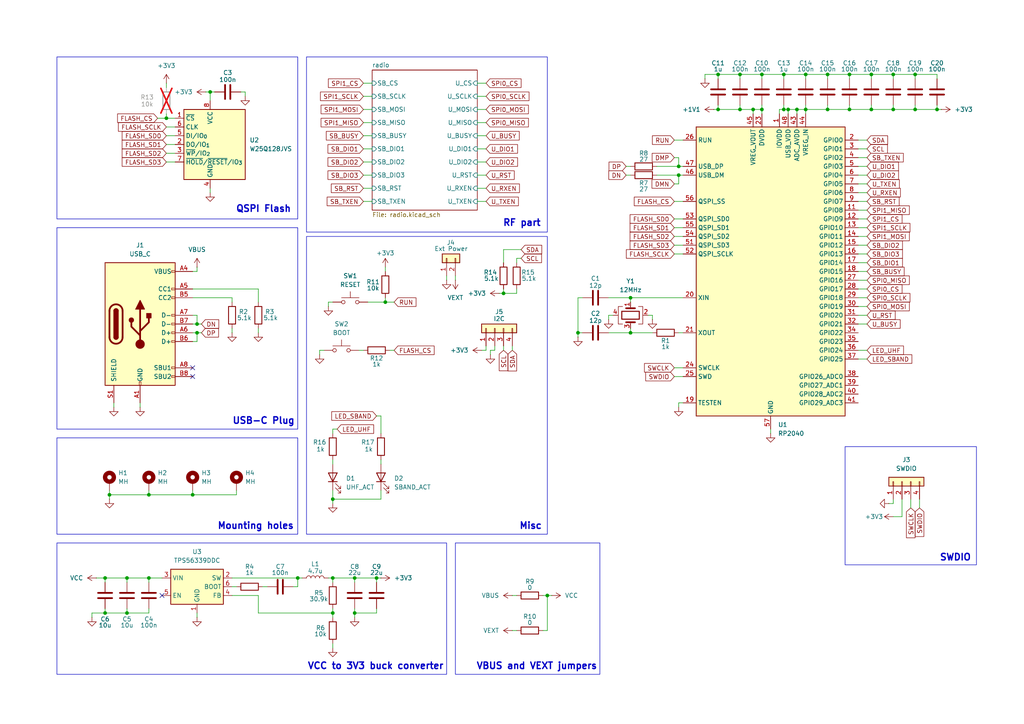
<source format=kicad_sch>
(kicad_sch (version 20250114) (generator "eeschema") (generator_version "9.0")
  (paper "A4")
  (title_block (title "Mobile GS radio board") (rev "0") (company "SKN SAT") (comment 1 "Marcin Czop"))
  (rectangle (start 245.11 129.54) (end 283.21 163.83))
  (rectangle (start 16.51 16.51) (end 86.36 63.5))
  (rectangle (start 16.51 127) (end 86.36 154.94))
  (rectangle (start 132.08 157.48) (end 173.99 195.58))
  (rectangle (start 88.9 68.58) (end 158.75 154.94))
  (rectangle (start 16.51 66.04) (end 86.36 124.46))
  (rectangle (start 16.51 157.48) (end 129.54 195.58))
  (rectangle (start 88.9 16.51) (end 158.75 67.31))
  (text "QSPI Flash" (at 76.454 60.706 0) (effects (font (size 1.905 1.905) (thickness 0.381) (bold yes))))
  (text "Misc\n" (at 153.924 152.654 0) (effects (font (size 1.905 1.905) (thickness 0.381) (bold yes))))
  (text "VBUS and VEXT jumpers\n" (at 155.702 193.294 0) (effects (font (size 1.905 1.905) (thickness 0.381) (bold yes))))
  (text "RF part\n" (at 151.384 64.77 0) (effects (font (size 1.905 1.905) (thickness 0.381) (bold yes))))
  (text "Mounting holes" (at 74.168 152.654 0) (effects (font (size 1.905 1.905) (thickness 0.381) (bold yes))))
  (text "USB-C Plug" (at 76.454 122.174 0) (effects (font (size 1.905 1.905) (thickness 0.381) (bold yes))))
  (text "SWDIO\n" (at 277.114 161.798 0) (effects (font (size 1.905 1.905) (thickness 0.381) (bold yes))))
  (text "VCC to 3V3 buck converter\n" (at 108.966 193.294 0) (effects (font (size 1.905 1.905) (thickness 0.381) (bold yes))))
  (junction (at 246.38 21.59))
  (junction (at 102.87 177.8))
  (junction (at 265.43 21.59))
  (junction (at 158.75 172.72))
  (junction (at 182.88 96.52))
  (junction (at 43.18 143.51))
  (junction (at 96.52 167.64))
  (junction (at 214.63 31.75))
  (junction (at 60.96 26.67))
  (junction (at 252.73 21.59))
  (junction (at 30.48 167.64))
  (junction (at 48.26 34.29))
  (junction (at 271.78 31.75))
  (junction (at 246.38 31.75))
  (junction (at 30.48 177.8))
  (junction (at 220.98 31.75))
  (junction (at 227.33 31.75))
  (junction (at 57.15 96.52))
  (junction (at 36.83 167.64))
  (junction (at 111.76 87.63))
  (junction (at 55.88 143.51))
  (junction (at 36.83 177.8))
  (junction (at 227.33 21.59))
  (junction (at 208.28 21.59))
  (junction (at 240.03 21.59))
  (junction (at 240.03 31.75))
  (junction (at 96.52 144.78))
  (junction (at 265.43 31.75))
  (junction (at 96.52 177.8))
  (junction (at 182.88 86.36))
  (junction (at 228.6 31.75))
  (junction (at 167.64 96.52))
  (junction (at 57.15 93.98))
  (junction (at 233.68 31.75))
  (junction (at 86.36 167.64))
  (junction (at 109.22 167.64))
  (junction (at 196.85 50.8))
  (junction (at 208.28 31.75))
  (junction (at 31.75 143.51))
  (junction (at 259.08 31.75))
  (junction (at 252.73 31.75))
  (junction (at 231.14 31.75))
  (junction (at 43.18 167.64))
  (junction (at 214.63 21.59))
  (junction (at 218.44 31.75))
  (junction (at 220.98 21.59))
  (junction (at 146.05 85.09))
  (junction (at 102.87 167.64))
  (junction (at 259.08 21.59))
  (junction (at 233.68 21.59))
  (junction (at 196.85 48.26))
  (no_connect (at 55.88 106.68))
  (no_connect (at 46.99 172.72))
  (no_connect (at 55.88 109.22))
  (wire (pts (xy 158.75 182.88) (xy 158.75 172.72)))
  (wire (pts (xy 48.26 41.91) (xy 50.8 41.91)))
  (wire (pts (xy 158.75 172.72) (xy 160.02 172.72)))
  (wire (pts (xy 248.92 58.42) (xy 251.46 58.42)))
  (wire (pts (xy 248.92 45.72) (xy 251.46 45.72)))
  (wire (pts (xy 55.88 96.52) (xy 57.15 96.52)))
  (wire (pts (xy 265.43 21.59) (xy 265.43 22.86)))
  (wire (pts (xy 74.93 95.25) (xy 74.93 96.52)))
  (wire (pts (xy 31.75 143.51) (xy 43.18 143.51)))
  (wire (pts (xy 67.31 86.36) (xy 67.31 87.63)))
  (wire (pts (xy 105.41 24.13) (xy 107.95 24.13)))
  (wire (pts (xy 48.26 24.13) (xy 48.26 25.4)))
  (wire (pts (xy 96.52 186.69) (xy 96.52 187.96)))
  (wire (pts (xy 195.58 53.34) (xy 196.85 53.34)))
  (wire (pts (xy 55.88 86.36) (xy 67.31 86.36)))
  (wire (pts (xy 48.26 36.83) (xy 50.8 36.83)))
  (wire (pts (xy 92.71 101.6) (xy 93.98 101.6)))
  (wire (pts (xy 74.93 172.72) (xy 74.93 177.8)))
  (wire (pts (xy 149.86 83.82) (xy 149.86 85.09)))
  (wire (pts (xy 240.03 30.48) (xy 240.03 31.75)))
  (wire (pts (xy 195.58 63.5) (xy 198.12 63.5)))
  (wire (pts (xy 55.88 143.51) (xy 68.58 143.51)))
  (wire (pts (xy 60.96 29.21) (xy 60.96 26.67)))
  (wire (pts (xy 105.41 43.18) (xy 107.95 43.18)))
  (wire (pts (xy 138.43 39.37) (xy 140.97 39.37)))
  (wire (pts (xy 71.12 27.94) (xy 71.12 26.67)))
  (wire (pts (xy 36.83 167.64) (xy 43.18 167.64)))
  (wire (pts (xy 195.58 71.12) (xy 198.12 71.12)))
  (wire (pts (xy 220.98 31.75) (xy 220.98 33.02)))
  (wire (pts (xy 76.2 170.18) (xy 77.47 170.18)))
  (wire (pts (xy 86.36 167.64) (xy 86.36 170.18)))
  (wire (pts (xy 105.41 31.75) (xy 107.95 31.75)))
  (wire (pts (xy 176.53 91.44) (xy 176.53 92.71)))
  (wire (pts (xy 208.28 31.75) (xy 214.63 31.75)))
  (wire (pts (xy 86.36 167.64) (xy 87.63 167.64)))
  (wire (pts (xy 105.41 54.61) (xy 107.95 54.61)))
  (wire (pts (xy 195.58 58.42) (xy 198.12 58.42)))
  (wire (pts (xy 227.33 31.75) (xy 228.6 31.75)))
  (wire (pts (xy 181.61 48.26) (xy 182.88 48.26)))
  (wire (pts (xy 198.12 116.84) (xy 196.85 116.84)))
  (wire (pts (xy 95.25 88.9) (xy 95.25 87.63)))
  (wire (pts (xy 265.43 21.59) (xy 271.78 21.59)))
  (wire (pts (xy 176.53 91.44) (xy 177.8 91.44)))
  (wire (pts (xy 252.73 21.59) (xy 259.08 21.59)))
  (wire (pts (xy 96.52 168.91) (xy 96.52 167.64)))
  (wire (pts (xy 204.47 21.59) (xy 208.28 21.59)))
  (wire (pts (xy 149.86 74.93) (xy 151.13 74.93)))
  (wire (pts (xy 182.88 87.63) (xy 182.88 86.36)))
  (wire (pts (xy 246.38 30.48) (xy 246.38 31.75)))
  (wire (pts (xy 220.98 21.59) (xy 227.33 21.59)))
  (wire (pts (xy 259.08 31.75) (xy 265.43 31.75)))
  (wire (pts (xy 248.92 78.74) (xy 251.46 78.74)))
  (wire (pts (xy 207.01 31.75) (xy 208.28 31.75)))
  (wire (pts (xy 223.52 124.46) (xy 223.52 125.73)))
  (wire (pts (xy 105.41 46.99) (xy 107.95 46.99)))
  (wire (pts (xy 233.68 21.59) (xy 240.03 21.59)))
  (wire (pts (xy 48.26 33.02) (xy 48.26 34.29)))
  (wire (pts (xy 248.92 53.34) (xy 251.46 53.34)))
  (wire (pts (xy 36.83 177.8) (xy 43.18 177.8)))
  (wire (pts (xy 248.92 83.82) (xy 251.46 83.82)))
  (wire (pts (xy 43.18 167.64) (xy 46.99 167.64)))
  (wire (pts (xy 60.96 54.61) (xy 60.96 55.88)))
  (wire (pts (xy 68.58 142.24) (xy 68.58 143.51)))
  (wire (pts (xy 248.92 68.58) (xy 251.46 68.58)))
  (wire (pts (xy 157.48 182.88) (xy 158.75 182.88)))
  (wire (pts (xy 167.64 96.52) (xy 168.91 96.52)))
  (wire (pts (xy 227.33 21.59) (xy 227.33 22.86)))
  (wire (pts (xy 85.09 170.18) (xy 86.36 170.18)))
  (wire (pts (xy 105.41 58.42) (xy 107.95 58.42)))
  (wire (pts (xy 195.58 66.04) (xy 198.12 66.04)))
  (wire (pts (xy 109.22 167.64) (xy 110.49 167.64)))
  (wire (pts (xy 248.92 81.28) (xy 251.46 81.28)))
  (wire (pts (xy 259.08 21.59) (xy 259.08 22.86)))
  (wire (pts (xy 138.43 46.99) (xy 140.97 46.99)))
  (wire (pts (xy 104.14 101.6) (xy 105.41 101.6)))
  (wire (pts (xy 157.48 172.72) (xy 158.75 172.72)))
  (wire (pts (xy 55.88 91.44) (xy 57.15 91.44)))
  (wire (pts (xy 259.08 30.48) (xy 259.08 31.75)))
  (wire (pts (xy 57.15 93.98) (xy 58.42 93.98)))
  (wire (pts (xy 227.33 30.48) (xy 227.33 31.75)))
  (wire (pts (xy 138.43 35.56) (xy 140.97 35.56)))
  (wire (pts (xy 111.76 77.47) (xy 111.76 78.74)))
  (wire (pts (xy 271.78 31.75) (xy 273.05 31.75)))
  (wire (pts (xy 110.49 133.35) (xy 110.49 134.62)))
  (wire (pts (xy 240.03 31.75) (xy 233.68 31.75)))
  (wire (pts (xy 196.85 50.8) (xy 198.12 50.8)))
  (wire (pts (xy 95.25 87.63) (xy 96.52 87.63)))
  (wire (pts (xy 31.75 143.51) (xy 31.75 144.78)))
  (wire (pts (xy 74.93 177.8) (xy 96.52 177.8)))
  (wire (pts (xy 214.63 21.59) (xy 220.98 21.59)))
  (wire (pts (xy 182.88 96.52) (xy 189.23 96.52)))
  (wire (pts (xy 40.64 116.84) (xy 40.64 118.11)))
  (wire (pts (xy 218.44 31.75) (xy 218.44 33.02)))
  (wire (pts (xy 266.7 144.78) (xy 266.7 147.32)))
  (wire (pts (xy 248.92 66.04) (xy 251.46 66.04)))
  (wire (pts (xy 146.05 85.09) (xy 146.05 83.82)))
  (wire (pts (xy 189.23 91.44) (xy 189.23 92.71)))
  (wire (pts (xy 195.58 73.66) (xy 198.12 73.66)))
  (wire (pts (xy 148.59 182.88) (xy 149.86 182.88)))
  (wire (pts (xy 252.73 21.59) (xy 252.73 22.86)))
  (wire (pts (xy 111.76 87.63) (xy 114.3 87.63)))
  (wire (pts (xy 96.52 133.35) (xy 96.52 134.62)))
  (wire (pts (xy 92.71 102.87) (xy 92.71 101.6)))
  (wire (pts (xy 226.06 33.02) (xy 226.06 31.75)))
  (wire (pts (xy 48.26 46.99) (xy 50.8 46.99)))
  (wire (pts (xy 26.67 177.8) (xy 26.67 179.07)))
  (wire (pts (xy 167.64 86.36) (xy 167.64 96.52)))
  (wire (pts (xy 67.31 167.64) (xy 86.36 167.64)))
  (wire (pts (xy 140.97 101.6) (xy 140.97 100.33)))
  (wire (pts (xy 195.58 45.72) (xy 196.85 45.72)))
  (wire (pts (xy 27.94 167.64) (xy 30.48 167.64)))
  (wire (pts (xy 231.14 31.75) (xy 231.14 33.02)))
  (wire (pts (xy 102.87 177.8) (xy 102.87 179.07)))
  (wire (pts (xy 195.58 106.68) (xy 198.12 106.68)))
  (wire (pts (xy 96.52 177.8) (xy 96.52 176.53)))
  (wire (pts (xy 248.92 40.64) (xy 251.46 40.64)))
  (wire (pts (xy 246.38 21.59) (xy 246.38 22.86)))
  (wire (pts (xy 264.16 144.78) (xy 264.16 147.32)))
  (wire (pts (xy 248.92 93.98) (xy 251.46 93.98)))
  (wire (pts (xy 48.26 39.37) (xy 50.8 39.37)))
  (wire (pts (xy 96.52 124.46) (xy 97.79 124.46)))
  (wire (pts (xy 220.98 30.48) (xy 220.98 31.75)))
  (wire (pts (xy 96.52 167.64) (xy 95.25 167.64)))
  (wire (pts (xy 109.22 168.91) (xy 109.22 167.64)))
  (wire (pts (xy 252.73 31.75) (xy 259.08 31.75)))
  (wire (pts (xy 248.92 86.36) (xy 251.46 86.36)))
  (wire (pts (xy 176.53 86.36) (xy 182.88 86.36)))
  (wire (pts (xy 240.03 21.59) (xy 246.38 21.59)))
  (wire (pts (xy 195.58 40.64) (xy 198.12 40.64)))
  (wire (pts (xy 146.05 100.33) (xy 146.05 101.6)))
  (wire (pts (xy 228.6 31.75) (xy 228.6 33.02)))
  (wire (pts (xy 138.43 24.13) (xy 140.97 24.13)))
  (wire (pts (xy 265.43 30.48) (xy 265.43 31.75)))
  (wire (pts (xy 138.43 31.75) (xy 140.97 31.75)))
  (wire (pts (xy 208.28 21.59) (xy 214.63 21.59)))
  (wire (pts (xy 248.92 60.96) (xy 251.46 60.96)))
  (wire (pts (xy 248.92 104.14) (xy 251.46 104.14)))
  (wire (pts (xy 69.85 26.67) (xy 71.12 26.67)))
  (wire (pts (xy 67.31 172.72) (xy 74.93 172.72)))
  (wire (pts (xy 102.87 176.53) (xy 102.87 177.8)))
  (wire (pts (xy 138.43 43.18) (xy 140.97 43.18)))
  (wire (pts (xy 67.31 170.18) (xy 68.58 170.18)))
  (wire (pts (xy 248.92 43.18) (xy 251.46 43.18)))
  (wire (pts (xy 233.68 31.75) (xy 233.68 33.02)))
  (wire (pts (xy 214.63 30.48) (xy 214.63 31.75)))
  (wire (pts (xy 204.47 22.86) (xy 204.47 21.59)))
  (wire (pts (xy 148.59 100.33) (xy 148.59 101.6)))
  (wire (pts (xy 113.03 101.6) (xy 114.3 101.6)))
  (wire (pts (xy 55.88 78.74) (xy 57.15 78.74)))
  (wire (pts (xy 195.58 109.22) (xy 198.12 109.22)))
  (wire (pts (xy 57.15 99.06) (xy 57.15 96.52)))
  (wire (pts (xy 105.41 50.8) (xy 107.95 50.8)))
  (wire (pts (xy 214.63 21.59) (xy 214.63 22.86)))
  (wire (pts (xy 143.51 101.6) (xy 143.51 100.33)))
  (wire (pts (xy 190.5 50.8) (xy 196.85 50.8)))
  (wire (pts (xy 36.83 167.64) (xy 36.83 168.91)))
  (wire (pts (xy 96.52 125.73) (xy 96.52 124.46)))
  (wire (pts (xy 271.78 30.48) (xy 271.78 31.75)))
  (wire (pts (xy 220.98 21.59) (xy 220.98 22.86)))
  (wire (pts (xy 149.86 76.2) (xy 149.86 74.93)))
  (wire (pts (xy 31.75 142.24) (xy 31.75 143.51)))
  (wire (pts (xy 248.92 101.6) (xy 251.46 101.6)))
  (wire (pts (xy 57.15 91.44) (xy 57.15 93.98)))
  (wire (pts (xy 248.92 48.26) (xy 251.46 48.26)))
  (wire (pts (xy 208.28 21.59) (xy 208.28 22.86)))
  (wire (pts (xy 196.85 48.26) (xy 198.12 48.26)))
  (wire (pts (xy 57.15 177.8) (xy 57.15 179.07)))
  (wire (pts (xy 30.48 176.53) (xy 30.48 177.8)))
  (wire (pts (xy 248.92 55.88) (xy 251.46 55.88)))
  (wire (pts (xy 33.02 116.84) (xy 33.02 118.11)))
  (wire (pts (xy 96.52 144.78) (xy 110.49 144.78)))
  (wire (pts (xy 142.24 101.6) (xy 143.51 101.6)))
  (wire (pts (xy 105.41 27.94) (xy 107.95 27.94)))
  (wire (pts (xy 259.08 21.59) (xy 265.43 21.59)))
  (wire (pts (xy 246.38 31.75) (xy 252.73 31.75)))
  (wire (pts (xy 190.5 48.26) (xy 196.85 48.26)))
  (wire (pts (xy 231.14 31.75) (xy 233.68 31.75)))
  (wire (pts (xy 182.88 96.52) (xy 182.88 95.25)))
  (wire (pts (xy 110.49 120.65) (xy 109.22 120.65)))
  (wire (pts (xy 146.05 76.2) (xy 146.05 72.39)))
  (wire (pts (xy 55.88 93.98) (xy 57.15 93.98)))
  (wire (pts (xy 246.38 21.59) (xy 252.73 21.59)))
  (wire (pts (xy 196.85 45.72) (xy 196.85 48.26)))
  (wire (pts (xy 59.69 26.67) (xy 60.96 26.67)))
  (wire (pts (xy 259.08 146.05) (xy 259.08 144.78)))
  (wire (pts (xy 57.15 96.52) (xy 58.42 96.52)))
  (wire (pts (xy 228.6 31.75) (xy 231.14 31.75)))
  (wire (pts (xy 105.41 39.37) (xy 107.95 39.37)))
  (wire (pts (xy 45.72 34.29) (xy 48.26 34.29)))
  (wire (pts (xy 265.43 31.75) (xy 271.78 31.75)))
  (wire (pts (xy 96.52 144.78) (xy 96.52 146.05)))
  (wire (pts (xy 248.92 88.9) (xy 251.46 88.9)))
  (wire (pts (xy 182.88 86.36) (xy 198.12 86.36)))
  (wire (pts (xy 111.76 86.36) (xy 111.76 87.63)))
  (wire (pts (xy 168.91 86.36) (xy 167.64 86.36)))
  (wire (pts (xy 196.85 96.52) (xy 198.12 96.52)))
  (wire (pts (xy 167.64 97.79) (xy 167.64 96.52)))
  (wire (pts (xy 110.49 142.24) (xy 110.49 144.78)))
  (wire (pts (xy 132.08 80.01) (xy 132.08 81.28)))
  (wire (pts (xy 109.22 176.53) (xy 109.22 177.8)))
  (wire (pts (xy 248.92 63.5) (xy 251.46 63.5)))
  (wire (pts (xy 43.18 176.53) (xy 43.18 177.8)))
  (wire (pts (xy 105.41 35.56) (xy 107.95 35.56)))
  (wire (pts (xy 102.87 168.91) (xy 102.87 167.64)))
  (wire (pts (xy 43.18 142.24) (xy 43.18 143.51)))
  (wire (pts (xy 106.68 87.63) (xy 111.76 87.63)))
  (wire (pts (xy 208.28 31.75) (xy 208.28 30.48)))
  (wire (pts (xy 148.59 172.72) (xy 149.86 172.72)))
  (wire (pts (xy 248.92 91.44) (xy 251.46 91.44)))
  (wire (pts (xy 43.18 167.64) (xy 43.18 168.91)))
  (wire (pts (xy 74.93 83.82) (xy 74.93 87.63)))
  (wire (pts (xy 139.7 101.6) (xy 140.97 101.6)))
  (wire (pts (xy 271.78 22.86) (xy 271.78 21.59)))
  (wire (pts (xy 146.05 72.39) (xy 151.13 72.39)))
  (wire (pts (xy 138.43 27.94) (xy 140.97 27.94)))
  (wire (pts (xy 261.62 149.86) (xy 261.62 144.78)))
  (wire (pts (xy 218.44 31.75) (xy 220.98 31.75)))
  (wire (pts (xy 189.23 91.44) (xy 187.96 91.44)))
  (wire (pts (xy 233.68 21.59) (xy 233.68 22.86)))
  (wire (pts (xy 196.85 116.84) (xy 196.85 118.11)))
  (wire (pts (xy 195.58 68.58) (xy 198.12 68.58)))
  (wire (pts (xy 252.73 30.48) (xy 252.73 31.75)))
  (wire (pts (xy 109.22 177.8) (xy 102.87 177.8)))
  (wire (pts (xy 181.61 50.8) (xy 182.88 50.8)))
  (wire (pts (xy 196.85 53.34) (xy 196.85 50.8)))
  (wire (pts (xy 138.43 58.42) (xy 140.97 58.42)))
  (wire (pts (xy 110.49 125.73) (xy 110.49 120.65)))
  (wire (pts (xy 60.96 26.67) (xy 62.23 26.67)))
  (wire (pts (xy 240.03 31.75) (xy 246.38 31.75)))
  (wire (pts (xy 248.92 76.2) (xy 251.46 76.2)))
  (wire (pts (xy 57.15 78.74) (xy 57.15 77.47)))
  (wire (pts (xy 149.86 85.09) (xy 146.05 85.09)))
  (wire (pts (xy 248.92 50.8) (xy 251.46 50.8)))
  (wire (pts (xy 48.26 44.45) (xy 50.8 44.45)))
  (wire (pts (xy 67.31 95.25) (xy 67.31 96.52)))
  (wire (pts (xy 240.03 21.59) (xy 240.03 22.86)))
  (wire (pts (xy 142.24 101.6) (xy 142.24 102.87)))
  (wire (pts (xy 226.06 31.75) (xy 227.33 31.75)))
  (wire (pts (xy 138.43 54.61) (xy 140.97 54.61)))
  (wire (pts (xy 26.67 177.8) (xy 30.48 177.8)))
  (wire (pts (xy 248.92 71.12) (xy 251.46 71.12)))
  (wire (pts (xy 96.52 179.07) (xy 96.52 177.8)))
  (wire (pts (xy 102.87 167.64) (xy 96.52 167.64)))
  (wire (pts (xy 176.53 96.52) (xy 182.88 96.52)))
  (wire (pts (xy 30.48 167.64) (xy 36.83 167.64)))
  (wire (pts (xy 138.43 50.8) (xy 140.97 50.8)))
  (wire (pts (xy 257.81 146.05) (xy 259.08 146.05)))
  (wire (pts (xy 55.88 142.24) (xy 55.88 143.51)))
  (wire (pts (xy 55.88 99.06) (xy 57.15 99.06)))
  (wire (pts (xy 55.88 83.82) (xy 74.93 83.82)))
  (wire (pts (xy 248.92 73.66) (xy 251.46 73.66)))
  (wire (pts (xy 48.26 34.29) (xy 50.8 34.29)))
  (wire (pts (xy 214.63 31.75) (xy 218.44 31.75)))
  (wire (pts (xy 36.83 176.53) (xy 36.83 177.8)))
  (wire (pts (xy 102.87 167.64) (xy 109.22 167.64)))
  (wire (pts (xy 233.68 30.48) (xy 233.68 31.75)))
  (wire (pts (xy 30.48 167.64) (xy 30.48 168.91)))
  (wire (pts (xy 227.33 21.59) (xy 233.68 21.59)))
  (wire (pts (xy 30.48 177.8) (xy 36.83 177.8)))
  (wire (pts (xy 43.18 143.51) (xy 55.88 143.51)))
  (wire (pts (xy 144.78 85.09) (xy 146.05 85.09)))
  (wire (pts (xy 259.08 149.86) (xy 261.62 149.86)))
  (wire (pts (xy 129.54 80.01) (xy 129.54 81.28)))
  (wire (pts (xy 96.52 142.24) (xy 96.52 144.78)))
  (global_label "FLASH_CS" (shape input) (at 195.58 58.42 180) (property "Intersheetrefs" "${INTERSHEET_REFS}" (effects (hide yes))))
  (global_label "U_TXEN" (shape input) (at 251.46 53.34 0) (property "Intersheetrefs" "${INTERSHEET_REFS}" (effects (hide yes))))
  (global_label "SCL" (shape input) (at 151.13 74.93 0) (property "Intersheetrefs" "${INTERSHEET_REFS}" (effects (hide yes))))
  (global_label "SWDIO" (shape input) (at 195.58 109.22 180) (property "Intersheetrefs" "${INTERSHEET_REFS}" (effects (hide yes))))
  (global_label "SPI0_MOSI" (shape input) (at 140.97 31.75 0) (property "Intersheetrefs" "${INTERSHEET_REFS}" (effects (hide yes))))
  (global_label "LED_SBAND" (shape input) (at 251.46 104.14 0) (property "Intersheetrefs" "${INTERSHEET_REFS}" (effects (hide yes))))
  (global_label "FLASH_CS" (shape input) (at 45.72 34.29 180) (property "Intersheetrefs" "${INTERSHEET_REFS}" (effects (hide yes))))
  (global_label "FLASH_SCLK" (shape input) (at 48.26 36.83 180) (property "Intersheetrefs" "${INTERSHEET_REFS}" (effects (hide yes))))
  (global_label "LED_SBAND" (shape input) (at 109.22 120.65 180) (property "Intersheetrefs" "${INTERSHEET_REFS}" (effects (hide yes))))
  (global_label "SDA" (shape input) (at 151.13 72.39 0) (property "Intersheetrefs" "${INTERSHEET_REFS}" (effects (hide yes))))
  (global_label "SPI0_CS" (shape input) (at 251.46 83.82 0) (property "Intersheetrefs" "${INTERSHEET_REFS}" (effects (hide yes))))
  (global_label "U_BUSY" (shape input) (at 251.46 93.98 0) (property "Intersheetrefs" "${INTERSHEET_REFS}" (effects (hide yes))))
  (global_label "DP" (shape input) (at 58.42 96.52 0) (property "Intersheetrefs" "${INTERSHEET_REFS}" (effects (hide yes))))
  (global_label "SPI1_CS" (shape input) (at 105.41 24.13 180) (property "Intersheetrefs" "${INTERSHEET_REFS}" (effects (hide yes))))
  (global_label "FLASH_SD2" (shape input) (at 195.58 68.58 180) (property "Intersheetrefs" "${INTERSHEET_REFS}" (effects (hide yes))))
  (global_label "SB_BUSY" (shape input) (at 251.46 78.74 0) (property "Intersheetrefs" "${INTERSHEET_REFS}" (effects (hide yes))))
  (global_label "RUN" (shape input) (at 195.58 40.64 180) (property "Intersheetrefs" "${INTERSHEET_REFS}" (effects (hide yes))))
  (global_label "U_RXEN" (shape input) (at 140.97 54.61 0) (property "Intersheetrefs" "${INTERSHEET_REFS}" (effects (hide yes))))
  (global_label "LED_UHF" (shape input) (at 97.79 124.46 0) (property "Intersheetrefs" "${INTERSHEET_REFS}" (effects (hide yes))))
  (global_label "SPI0_SCLK" (shape input) (at 140.97 27.94 0) (property "Intersheetrefs" "${INTERSHEET_REFS}" (effects (hide yes))))
  (global_label "SB_RST" (shape input) (at 105.41 54.61 180) (property "Intersheetrefs" "${INTERSHEET_REFS}" (effects (hide yes))))
  (global_label "SPI1_MISO" (shape input) (at 251.46 60.96 0) (property "Intersheetrefs" "${INTERSHEET_REFS}" (effects (hide yes))))
  (global_label "FLASH_SD1" (shape input) (at 195.58 66.04 180) (property "Intersheetrefs" "${INTERSHEET_REFS}" (effects (hide yes))))
  (global_label "SPI1_SCLK" (shape input) (at 251.46 66.04 0) (property "Intersheetrefs" "${INTERSHEET_REFS}" (effects (hide yes))))
  (global_label "SB_DIO3" (shape input) (at 105.41 50.8 180) (property "Intersheetrefs" "${INTERSHEET_REFS}" (effects (hide yes))))
  (global_label "SB_DIO2" (shape input) (at 251.46 71.12 0) (property "Intersheetrefs" "${INTERSHEET_REFS}" (effects (hide yes))))
  (global_label "SPI0_MOSI" (shape input) (at 251.46 88.9 0) (property "Intersheetrefs" "${INTERSHEET_REFS}" (effects (hide yes))))
  (global_label "DMP" (shape input) (at 195.58 45.72 180) (property "Intersheetrefs" "${INTERSHEET_REFS}" (effects (hide yes))))
  (global_label "U_RXEN" (shape input) (at 251.46 55.88 0) (property "Intersheetrefs" "${INTERSHEET_REFS}" (effects (hide yes))))
  (global_label "SPI1_SCLK" (shape input) (at 105.41 27.94 180) (property "Intersheetrefs" "${INTERSHEET_REFS}" (effects (hide yes))))
  (global_label "SWCLK" (shape input) (at 264.16 147.32 270) (property "Intersheetrefs" "${INTERSHEET_REFS}" (effects (hide yes))))
  (global_label "SWDIO" (shape input) (at 266.7 147.32 270) (property "Intersheetrefs" "${INTERSHEET_REFS}" (effects (hide yes))))
  (global_label "SB_BUSY" (shape input) (at 105.41 39.37 180) (property "Intersheetrefs" "${INTERSHEET_REFS}" (effects (hide yes))))
  (global_label "DMN" (shape input) (at 195.58 53.34 180) (property "Intersheetrefs" "${INTERSHEET_REFS}" (effects (hide yes))))
  (global_label "SB_DIO1" (shape input) (at 251.46 76.2 0) (property "Intersheetrefs" "${INTERSHEET_REFS}" (effects (hide yes))))
  (global_label "SPI1_MOSI" (shape input) (at 105.41 31.75 180) (property "Intersheetrefs" "${INTERSHEET_REFS}" (effects (hide yes))))
  (global_label "FLASH_SD1" (shape input) (at 48.26 41.91 180) (property "Intersheetrefs" "${INTERSHEET_REFS}" (effects (hide yes))))
  (global_label "SB_TXEN" (shape input) (at 105.41 58.42 180) (property "Intersheetrefs" "${INTERSHEET_REFS}" (effects (hide yes))))
  (global_label "DN" (shape input) (at 181.61 50.8 180) (property "Intersheetrefs" "${INTERSHEET_REFS}" (effects (hide yes))))
  (global_label "FLASH_CS" (shape input) (at 114.3 101.6 0) (property "Intersheetrefs" "${INTERSHEET_REFS}" (effects (hide yes))))
  (global_label "LED_UHF" (shape input) (at 251.46 101.6 0) (property "Intersheetrefs" "${INTERSHEET_REFS}" (effects (hide yes))))
  (global_label "U_DIO1" (shape input) (at 251.46 48.26 0) (property "Intersheetrefs" "${INTERSHEET_REFS}" (effects (hide yes))))
  (global_label "SB_DIO2" (shape input) (at 105.41 46.99 180) (property "Intersheetrefs" "${INTERSHEET_REFS}" (effects (hide yes))))
  (global_label "DP" (shape input) (at 181.61 48.26 180) (property "Intersheetrefs" "${INTERSHEET_REFS}" (effects (hide yes))))
  (global_label "FLASH_SD3" (shape input) (at 195.58 71.12 180) (property "Intersheetrefs" "${INTERSHEET_REFS}" (effects (hide yes))))
  (global_label "SPI0_MISO" (shape input) (at 251.46 81.28 0) (property "Intersheetrefs" "${INTERSHEET_REFS}" (effects (hide yes))))
  (global_label "SPI1_CS" (shape input) (at 251.46 63.5 0) (property "Intersheetrefs" "${INTERSHEET_REFS}" (effects (hide yes))))
  (global_label "FLASH_SCLK" (shape input) (at 195.58 73.66 180) (property "Intersheetrefs" "${INTERSHEET_REFS}" (effects (hide yes))))
  (global_label "FLASH_SD0" (shape input) (at 195.58 63.5 180) (property "Intersheetrefs" "${INTERSHEET_REFS}" (effects (hide yes))))
  (global_label "SDA" (shape input) (at 251.46 40.64 0) (property "Intersheetrefs" "${INTERSHEET_REFS}" (effects (hide yes))))
  (global_label "FLASH_SD2" (shape input) (at 48.26 44.45 180) (property "Intersheetrefs" "${INTERSHEET_REFS}" (effects (hide yes))))
  (global_label "SWCLK" (shape input) (at 195.58 106.68 180) (property "Intersheetrefs" "${INTERSHEET_REFS}" (effects (hide yes))))
  (global_label "SCL" (shape input) (at 251.46 43.18 0) (property "Intersheetrefs" "${INTERSHEET_REFS}" (effects (hide yes))))
  (global_label "SB_DIO3" (shape input) (at 251.46 73.66 0) (property "Intersheetrefs" "${INTERSHEET_REFS}" (effects (hide yes))))
  (global_label "SCL" (shape input) (at 146.05 101.6 270) (property "Intersheetrefs" "${INTERSHEET_REFS}" (effects (hide yes))))
  (global_label "U_RST" (shape input) (at 251.46 91.44 0) (property "Intersheetrefs" "${INTERSHEET_REFS}" (effects (hide yes))))
  (global_label "SPI0_CS" (shape input) (at 140.97 24.13 0) (property "Intersheetrefs" "${INTERSHEET_REFS}" (effects (hide yes))))
  (global_label "FLASH_SD3" (shape input) (at 48.26 46.99 180) (property "Intersheetrefs" "${INTERSHEET_REFS}" (effects (hide yes))))
  (global_label "SPI0_MISO" (shape input) (at 140.97 35.56 0) (property "Intersheetrefs" "${INTERSHEET_REFS}" (effects (hide yes))))
  (global_label "U_DIO1" (shape input) (at 140.97 43.18 0) (property "Intersheetrefs" "${INTERSHEET_REFS}" (effects (hide yes))))
  (global_label "SPI1_MISO" (shape input) (at 105.41 35.56 180) (property "Intersheetrefs" "${INTERSHEET_REFS}" (effects (hide yes))))
  (global_label "DN" (shape input) (at 58.42 93.98 0) (property "Intersheetrefs" "${INTERSHEET_REFS}" (effects (hide yes))))
  (global_label "RUN" (shape input) (at 114.3 87.63 0) (property "Intersheetrefs" "${INTERSHEET_REFS}" (effects (hide yes))))
  (global_label "U_BUSY" (shape input) (at 140.97 39.37 0) (property "Intersheetrefs" "${INTERSHEET_REFS}" (effects (hide yes))))
  (global_label "U_RST" (shape input) (at 140.97 50.8 0) (property "Intersheetrefs" "${INTERSHEET_REFS}" (effects (hide yes))))
  (global_label "SPI0_SCLK" (shape input) (at 251.46 86.36 0) (property "Intersheetrefs" "${INTERSHEET_REFS}" (effects (hide yes))))
  (global_label "SB_DIO1" (shape input) (at 105.41 43.18 180) (property "Intersheetrefs" "${INTERSHEET_REFS}" (effects (hide yes))))
  (global_label "SDA" (shape input) (at 148.59 101.6 270) (property "Intersheetrefs" "${INTERSHEET_REFS}" (effects (hide yes))))
  (global_label "SB_TXEN" (shape input) (at 251.46 45.72 0) (property "Intersheetrefs" "${INTERSHEET_REFS}" (effects (hide yes))))
  (global_label "U_DIO2" (shape input) (at 251.46 50.8 0) (property "Intersheetrefs" "${INTERSHEET_REFS}" (effects (hide yes))))
  (global_label "FLASH_SD0" (shape input) (at 48.26 39.37 180) (property "Intersheetrefs" "${INTERSHEET_REFS}" (effects (hide yes))))
  (global_label "U_DIO2" (shape input) (at 140.97 46.99 0) (property "Intersheetrefs" "${INTERSHEET_REFS}" (effects (hide yes))))
  (global_label "SB_RST" (shape input) (at 251.46 58.42 0) (property "Intersheetrefs" "${INTERSHEET_REFS}" (effects (hide yes))))
  (global_label "SPI1_MOSI" (shape input) (at 251.46 68.58 0) (property "Intersheetrefs" "${INTERSHEET_REFS}" (effects (hide yes))))
  (global_label "U_TXEN" (shape input) (at 140.97 58.42 0) (property "Intersheetrefs" "${INTERSHEET_REFS}" (effects (hide yes))))
  (symbol (lib_id "Device:C") (at 220.98 26.67 0) (unit 1)
    (property "Reference" "C10" (at 220.98 18.288 0))
    (property "Value" "100n" (at 220.98 20.066 0))
    (property "Footprint" "Capacitor_SMD:C_0603_1608Metric_Pad1.08x0.95mm_HandSolder" (effects (hide yes)))
    (property "Description" "Unpolarized capacitor" (effects (hide yes)))
    (property "MFR" "187-CL10B104KB85PNL" (effects (hide yes)))
  )
  (symbol (lib_id "Device:R") (at 109.22 101.6 90) (unit 1)
    (property "Reference" "R12" (at 109.22 103.886 90))
    (property "Value" "1k" (at 109.22 105.664 90))
    (property "Footprint" "Resistor_SMD:R_0603_1608Metric_Pad0.98x0.95mm_HandSolder" (effects (hide yes)))
    (property "Description" "Resistor" (effects (hide yes)))
  )
  (symbol (lib_id "Switch:SW_Push") (at 99.06 101.6 0) (unit 1)
    (property "Reference" "SW2" (at 99.06 93.98 0))
    (property "Value" "BOOT" (at 99.06 96.52 0))
    (property "Footprint" "Button_Switch_SMD:SW_Push_1P1T_NO_CK_KSC6xxJ" (effects (hide yes)))
    (property "Description" "Push button switch, generic, two pins" (effects (hide yes)))
  )
  (symbol (lib_id "Device:R") (at 74.93 91.44 180) (unit 1)
    (property "Reference" "R3" (at 78.232 90.424 0))
    (property "Value" "5.1k" (at 78.486 92.202 0))
    (property "Footprint" "Resistor_SMD:R_0603_1608Metric_Pad0.98x0.95mm_HandSolder" (effects (hide yes)))
    (property "Description" "Resistor" (effects (hide yes)))
  )
  (symbol (lib_id "Device:C") (at 252.73 26.67 0) (unit 1)
    (property "Reference" "C17" (at 252.73 18.288 0))
    (property "Value" "100n" (at 252.73 20.066 0))
    (property "Footprint" "Capacitor_SMD:C_0603_1608Metric_Pad1.08x0.95mm_HandSolder" (effects (hide yes)))
    (property "Description" "Unpolarized capacitor" (effects (hide yes)))
    (property "MFR" "187-CL10B104KB85PNL" (effects (hide yes)))
  )
  (symbol (lib_id "power:GND") (at 96.52 146.05 0) (unit 1)
    (property "Reference" "#PWR061" (effects (hide yes)))
    (property "Value" "GND" (effects (hide yes)))
    (property "Description" "Power symbol creates a global label with name \"GND\" , ground" (effects (hide yes)))
  )
  (symbol (lib_id "Connector_Generic:Conn_01x04") (at 261.62 139.7 90) (unit 1)
    (property "Reference" "J3" (at 262.89 133.35 90))
    (property "Value" "SWDIO" (at 262.89 135.89 90))
    (property "Footprint" "Connector_PinHeader_2.54mm:PinHeader_1x04_P2.54mm_Vertical" (effects (hide yes)))
    (property "Description" "Generic connector, single row, 01x04, script generated (kicad-library-utils/schlib/autogen/connector/)" (effects (hide yes)))
  )
  (symbol (lib_id "power:VCC") (at 160.02 172.72 270) (unit 1)
    (property "Reference" "#PWR021" (effects (hide yes)))
    (property "Value" "VCC" (at 163.83 172.7199 90) (effects (justify left)))
    (property "Description" "Power symbol creates a global label with name \"VCC\"" (effects (hide yes)))
  )
  (symbol (lib_id "Memory_Flash:W25Q128JVS") (at 60.96 41.91 0) (unit 1)
    (property "Reference" "U2" (at 72.39 40.6399 0) (effects (justify left)))
    (property "Value" "W25Q128JVS" (at 72.39 43.1799 0) (effects (justify left)))
    (property "Footprint" "Package_SO:SOIC-8_5.3x5.3mm_P1.27mm" (effects (hide yes)))
    (property "Datasheet" "https://www.winbond.com/resource-files/w25q128jv_dtr%20revc%2003272018%20plus.pdf" (effects (hide yes)))
    (property "Description" "128Mbit / 16MiB Serial Flash Memory, Standard/Dual/Quad SPI, 2.7-3.6V, SOIC-8" (effects (hide yes)))
  )
  (symbol (lib_id "power:+3V3") (at 59.69 26.67 90) (unit 1)
    (property "Reference" "#PWR06" (effects (hide yes)))
    (property "Value" "+3V3" (at 55.88 26.6699 90) (effects (justify left)))
    (property "Description" "Power symbol creates a global label with name \"+3V3\"" (effects (hide yes)))
  )
  (symbol (lib_id "power:+3V3") (at 111.76 77.47 0) (unit 1)
    (property "Reference" "#PWR045" (effects (hide yes)))
    (property "Value" "+3V3" (at 111.76 73.406 0))
    (property "Description" "Power symbol creates a global label with name \"+3V3\"" (effects (hide yes)))
  )
  (symbol (lib_id "Device:C") (at 109.22 172.72 180) (unit 1)
    (property "Reference" "C9" (at 109.22 164.338 0))
    (property "Value" "22u" (at 109.22 166.116 0))
    (property "Footprint" "Capacitor_SMD:C_0603_1608Metric_Pad1.08x0.95mm_HandSolder" (effects (hide yes)))
    (property "Description" "Unpolarized capacitor" (effects (hide yes)))
    (property "MFR" "187-CL10A226MP8NUNE" (effects (hide yes)))
  )
  (symbol (lib_id "Device:C") (at 233.68 26.67 0) (unit 1)
    (property "Reference" "C14" (at 233.68 18.288 0))
    (property "Value" "100n" (at 233.68 20.066 0))
    (property "Footprint" "Capacitor_SMD:C_0603_1608Metric_Pad1.08x0.95mm_HandSolder" (effects (hide yes)))
    (property "Description" "Unpolarized capacitor" (effects (hide yes)))
    (property "MFR" "187-CL10B104KB85PNL" (effects (hide yes)))
  )
  (symbol (lib_id "power:VBUS") (at 148.59 172.72 90) (unit 1)
    (property "Reference" "#PWR020" (effects (hide yes)))
    (property "Value" "VBUS" (at 144.78 172.7199 90) (effects (justify left)))
    (property "Description" "Power symbol creates a global label with name \"VBUS\"" (effects (hide yes)))
  )
  (symbol (lib_id "Device:C") (at 208.28 26.67 0) (unit 1)
    (property "Reference" "C11" (at 208.28 18.288 0))
    (property "Value" "1u" (at 208.28 20.066 0))
    (property "Footprint" "Capacitor_SMD:C_0603_1608Metric_Pad1.08x0.95mm_HandSolder" (effects (hide yes)))
    (property "Description" "Unpolarized capacitor" (effects (hide yes)))
    (property "MFR" "187-CL10B104KB85PNL" (effects (hide yes)))
  )
  (symbol (lib_id "power:GND") (at 74.93 96.52 0) (unit 1)
    (property "Reference" "#PWR011" (effects (hide yes)))
    (property "Value" "GND" (effects (hide yes)))
    (property "Description" "Power symbol creates a global label with name \"GND\" , ground" (effects (hide yes)))
  )
  (symbol (lib_id "Device:LED") (at 96.52 138.43 90) (unit 1)
    (property "Reference" "D1" (at 100.33 138.7474 90) (effects (justify right)))
    (property "Value" "UHF_ACT" (at 100.33 141.2874 90) (effects (justify right)))
    (property "Footprint" "LED_SMD:LED_0805_2012Metric_Pad1.15x1.40mm_HandSolder" (effects (hide yes)))
    (property "Description" "Light emitting diode" (effects (hide yes)))
    (property "Sim.Pins" "1=K 2=A" (effects (hide yes)))
  )
  (symbol (lib_id "power:GND") (at 92.71 102.87 0) (unit 1)
    (property "Reference" "#PWR047" (effects (hide yes)))
    (property "Value" "GND" (effects (hide yes)))
    (property "Description" "Power symbol creates a global label with name \"GND\" , ground" (effects (hide yes)))
  )
  (symbol (lib_id "Connector_Generic:Conn_01x04") (at 143.51 95.25 90) (unit 1)
    (property "Reference" "J5" (at 144.78 90.424 90))
    (property "Value" "I2C" (at 144.78 92.456 90))
    (property "Footprint" "Connector_PinHeader_2.54mm:PinHeader_1x04_P2.54mm_Vertical" (effects (hide yes)))
    (property "Description" "Generic connector, single row, 01x04, script generated (kicad-library-utils/schlib/autogen/connector/)" (effects (hide yes)))
  )
  (symbol (lib_id "power:GND") (at 129.54 81.28 0) (unit 1)
    (property "Reference" "#PWR056" (effects (hide yes)))
    (property "Value" "GND" (effects (hide yes)))
    (property "Description" "Power symbol creates a global label with name \"GND\" , ground" (effects (hide yes)))
  )
  (symbol (lib_id "power:GND") (at 167.64 97.79 0) (unit 1)
    (property "Reference" "#PWR05" (effects (hide yes)))
    (property "Value" "GND" (effects (hide yes)))
    (property "Description" "Power symbol creates a global label with name \"GND\" , ground" (effects (hide yes)))
  )
  (symbol (lib_id "power:+1V1") (at 207.01 31.75 90) (unit 1)
    (property "Reference" "#PWR023" (effects (hide yes)))
    (property "Value" "+1V1" (at 203.2 31.7499 90) (effects (justify left)))
    (property "Description" "Power symbol creates a global label with name \"+1V1\"" (effects (hide yes)))
  )
  (symbol (lib_id "power:GND") (at 189.23 92.71 0) (unit 1)
    (property "Reference" "#PWR02" (effects (hide yes)))
    (property "Value" "GND" (effects (hide yes)))
    (property "Description" "Power symbol creates a global label with name \"GND\" , ground" (effects (hide yes)))
  )
  (symbol (lib_id "power:+3V3") (at 139.7 101.6 90) (unit 1)
    (property "Reference" "#PWR059" (effects (hide yes)))
    (property "Value" "+3V3" (at 135.89 101.5999 90) (effects (justify left)))
    (property "Description" "Power symbol creates a global label with name \"+3V3\"" (effects (hide yes)))
  )
  (symbol (lib_id "Device:L") (at 91.44 167.64 90) (unit 1)
    (property "Reference" "L1" (at 91.44 163.576 90))
    (property "Value" "4.7u" (at 91.44 165.608 90))
    (property "Footprint" "Inductor_SMD:L_Vishay_IHLP-2525" (effects (hide yes)))
    (property "Description" "Inductor" (effects (hide yes)))
    (property "MFR" "70-IHLP2525CZER4R7M1" (effects (hide yes)))
  )
  (symbol (lib_id "power:GND") (at 33.02 118.11 0) (unit 1)
    (property "Reference" "#PWR013" (effects (hide yes)))
    (property "Value" "GND" (effects (hide yes)))
    (property "Description" "Power symbol creates a global label with name \"GND\" , ground" (effects (hide yes)))
  )
  (symbol (lib_id "Device:R") (at 186.69 48.26 270) (unit 1)
    (property "Reference" "R8" (at 186.69 44.45 90))
    (property "Value" "27" (at 186.69 46.228 90))
    (property "Footprint" "Resistor_SMD:R_0603_1608Metric_Pad0.98x0.95mm_HandSolder" (effects (hide yes)))
    (property "Description" "Resistor" (effects (hide yes)))
  )
  (symbol (lib_id "Device:R") (at 146.05 80.01 0) (unit 1)
    (property "Reference" "R14" (at 142.24 78.994 0))
    (property "Value" "5.1k" (at 142.494 80.772 0))
    (property "Footprint" "Resistor_SMD:R_0603_1608Metric_Pad0.98x0.95mm_HandSolder" (effects (hide yes)))
    (property "Description" "Resistor" (effects (hide yes)))
  )
  (symbol (lib_id "Mechanical:MountingHole_Pad") (at 43.18 139.7 0) (unit 1) (exclude_from_sim yes) (in_bom no)
    (property "Reference" "H2" (at 45.72 137.1599 0) (effects (justify left)))
    (property "Value" "MH" (at 45.72 139.6999 0) (effects (justify left)))
    (property "Footprint" "MountingHole:MountingHole_2.7mm_M2.5_Pad" (effects (hide yes)))
    (property "Description" "Mounting Hole with connection" (effects (hide yes)))
  )
  (symbol (lib_id "power:GND") (at 204.47 22.86 0) (unit 1)
    (property "Reference" "#PWR024" (effects (hide yes)))
    (property "Value" "GND" (effects (hide yes)))
    (property "Description" "Power symbol creates a global label with name \"GND\" , ground" (effects (hide yes)))
  )
  (symbol (lib_id "power:GND") (at 40.64 118.11 0) (unit 1)
    (property "Reference" "#PWR012" (effects (hide yes)))
    (property "Value" "GND" (effects (hide yes)))
    (property "Description" "Power symbol creates a global label with name \"GND\" , ground" (effects (hide yes)))
  )
  (symbol (lib_id "Device:C") (at 81.28 170.18 270) (unit 1)
    (property "Reference" "C7" (at 81.28 164.338 90))
    (property "Value" "100n" (at 81.28 166.116 90))
    (property "Footprint" "Capacitor_SMD:C_0603_1608Metric_Pad1.08x0.95mm_HandSolder" (effects (hide yes)))
    (property "Description" "Unpolarized capacitor" (effects (hide yes)))
    (property "MFR" "187-CL10B104KB85PNL" (effects (hide yes)))
  )
  (symbol (lib_id "power:+3V3") (at 110.49 167.64 270) (unit 1)
    (property "Reference" "#PWR019" (effects (hide yes)))
    (property "Value" "+3V3" (at 114.3 167.6399 90) (effects (justify left)))
    (property "Description" "Power symbol creates a global label with name \"+3V3\"" (effects (hide yes)))
  )
  (symbol (lib_id "Device:C") (at 172.72 96.52 90) (unit 1)
    (property "Reference" "C2" (at 172.72 90.932 90))
    (property "Value" "12p" (at 172.72 92.964 90))
    (property "Footprint" "Capacitor_SMD:C_0603_1608Metric_Pad1.08x0.95mm_HandSolder" (effects (hide yes)))
    (property "Description" "Unpolarized capacitor" (effects (hide yes)))
  )
  (symbol (lib_id "Connector_Generic:Conn_01x02") (at 129.54 74.93 90) (unit 1)
    (property "Reference" "J4" (at 129.54 70.358 90) (effects (justify right)))
    (property "Value" "Ext Power" (at 125.984 72.136 90) (effects (justify right)))
    (property "Footprint" "Connector_PinSocket_2.54mm:PinSocket_1x02_P2.54mm_Vertical" (effects (hide yes)))
    (property "Description" "Generic connector, single row, 01x02, script generated (kicad-library-utils/schlib/autogen/connector/)" (effects (hide yes)))
  )
  (symbol (lib_id "Device:C") (at 43.18 172.72 180) (unit 1)
    (property "Reference" "C4" (at 43.18 179.578 0))
    (property "Value" "100n" (at 43.18 181.356 0))
    (property "Footprint" "Capacitor_SMD:C_0603_1608Metric_Pad1.08x0.95mm_HandSolder" (effects (hide yes)))
    (property "Description" "Unpolarized capacitor" (effects (hide yes)))
    (property "MFR" "187-CL10B104KB85PNL" (effects (hide yes)))
  )
  (symbol (lib_id "Device:C") (at 172.72 86.36 90) (unit 1)
    (property "Reference" "C1" (at 172.72 80.772 90))
    (property "Value" "12p" (at 172.72 82.804 90))
    (property "Footprint" "Capacitor_SMD:C_0603_1608Metric_Pad1.08x0.95mm_HandSolder" (effects (hide yes)))
    (property "Description" "Unpolarized capacitor" (effects (hide yes)))
  )
  (symbol (lib_id "power:GND") (at 142.24 102.87 0) (unit 1)
    (property "Reference" "#PWR060" (effects (hide yes)))
    (property "Value" "GND" (effects (hide yes)))
    (property "Description" "Power symbol creates a global label with name \"GND\" , ground" (effects (hide yes)))
  )
  (symbol (lib_id "Device:R") (at 48.26 29.21 180) (unit 1) (dnp yes)
    (property "Reference" "R13" (at 42.672 28.194 0))
    (property "Value" "10k" (at 42.672 30.226 0))
    (property "Footprint" "Resistor_SMD:R_0603_1608Metric_Pad0.98x0.95mm_HandSolder" (effects (hide yes)))
    (property "Description" "Resistor" (effects (hide yes)))
    (property "MFR" "603-RT0603DRE0730K9L" (effects (hide yes)))
  )
  (symbol (lib_id "power:GND") (at 71.12 27.94 0) (unit 1)
    (property "Reference" "#PWR07" (effects (hide yes)))
    (property "Value" "GND" (effects (hide yes)))
    (property "Description" "Power symbol creates a global label with name \"GND\" , ground" (effects (hide yes)))
  )
  (symbol (lib_id "power:+3V3") (at 259.08 149.86 90) (unit 1)
    (property "Reference" "#PWR043" (effects (hide yes)))
    (property "Value" "+3V3" (at 253.492 149.86 90))
    (property "Description" "Power symbol creates a global label with name \"+3V3\"" (effects (hide yes)))
  )
  (symbol (lib_id "Device:LED") (at 110.49 138.43 90) (unit 1)
    (property "Reference" "D2" (at 114.3 138.7474 90) (effects (justify right)))
    (property "Value" "SBAND_ACT" (at 114.3 141.2874 90) (effects (justify right)))
    (property "Footprint" "LED_SMD:LED_0805_2012Metric_Pad1.15x1.40mm_HandSolder" (effects (hide yes)))
    (property "Description" "Light emitting diode" (effects (hide yes)))
    (property "Sim.Pins" "1=K 2=A" (effects (hide yes)))
  )
  (symbol (lib_id "Mechanical:MountingHole_Pad") (at 55.88 139.7 0) (unit 1) (exclude_from_sim yes) (in_bom no)
    (property "Reference" "H3" (at 58.42 137.1599 0) (effects (justify left)))
    (property "Value" "MH" (at 58.42 139.6999 0) (effects (justify left)))
    (property "Footprint" "MountingHole:MountingHole_2.7mm_M2.5_Pad" (effects (hide yes)))
    (property "Description" "Mounting Hole with connection" (effects (hide yes)))
  )
  (symbol (lib_id "power:VBUS") (at 57.15 77.47 0) (unit 1)
    (property "Reference" "#PWR09" (effects (hide yes)))
    (property "Value" "VBUS" (at 57.15 72.39 0))
    (property "Description" "Power symbol creates a global label with name \"VBUS\"" (effects (hide yes)))
  )
  (symbol (lib_id "Device:C") (at 265.43 26.67 0) (unit 1)
    (property "Reference" "C19" (at 265.43 18.288 0))
    (property "Value" "100n" (at 265.43 20.066 0))
    (property "Footprint" "Capacitor_SMD:C_0603_1608Metric_Pad1.08x0.95mm_HandSolder" (effects (hide yes)))
    (property "Description" "Unpolarized capacitor" (effects (hide yes)))
    (property "MFR" "187-CL10B104KB85PNL" (effects (hide yes)))
  )
  (symbol (lib_id "Device:R") (at 111.76 82.55 180) (unit 1)
    (property "Reference" "R11" (at 108.204 81.788 0))
    (property "Value" "10k" (at 108.204 83.566 0))
    (property "Footprint" "Resistor_SMD:R_0603_1608Metric_Pad0.98x0.95mm_HandSolder" (effects (hide yes)))
    (property "Description" "Resistor" (effects (hide yes)))
    (property "MFR" "603-RT0603DRE0730K9L" (effects (hide yes)))
  )
  (symbol (lib_id "Device:C") (at 227.33 26.67 0) (unit 1)
    (property "Reference" "C13" (at 227.33 18.288 0))
    (property "Value" "1u" (at 227.33 20.066 0))
    (property "Footprint" "Capacitor_SMD:C_0603_1608Metric_Pad1.08x0.95mm_HandSolder" (effects (hide yes)))
    (property "Description" "Unpolarized capacitor" (effects (hide yes)))
    (property "MFR" "187-CL10B104KB85PNL" (effects (hide yes)))
  )
  (symbol (lib_id "Device:R") (at 96.52 172.72 180) (unit 1)
    (property "Reference" "R5" (at 92.456 171.958 0))
    (property "Value" "30.9k" (at 92.456 173.736 0))
    (property "Footprint" "Resistor_SMD:R_0603_1608Metric_Pad0.98x0.95mm_HandSolder" (effects (hide yes)))
    (property "Description" "Resistor" (effects (hide yes)))
    (property "MFR" "603-RT0603DRE0730K9L" (effects (hide yes)))
  )
  (symbol (lib_id "Device:C") (at 102.87 172.72 180) (unit 1)
    (property "Reference" "C8" (at 102.87 164.338 0))
    (property "Value" "22u" (at 102.87 166.116 0))
    (property "Footprint" "Capacitor_SMD:C_0603_1608Metric_Pad1.08x0.95mm_HandSolder" (effects (hide yes)))
    (property "Description" "Unpolarized capacitor" (effects (hide yes)))
    (property "MFR" "187-CL10A226MP8NUNE" (effects (hide yes)))
  )
  (symbol (lib_id "Device:R") (at 96.52 129.54 180) (unit 1)
    (property "Reference" "R16" (at 92.71 128.27 0))
    (property "Value" "1k" (at 92.964 130.302 0))
    (property "Footprint" "Resistor_SMD:R_0603_1608Metric_Pad0.98x0.95mm_HandSolder" (effects (hide yes)))
    (property "Description" "Resistor" (effects (hide yes)))
  )
  (symbol (lib_id "Device:C") (at 240.03 26.67 0) (unit 1)
    (property "Reference" "C15" (at 240.03 18.288 0))
    (property "Value" "100n" (at 240.03 20.066 0))
    (property "Footprint" "Capacitor_SMD:C_0603_1608Metric_Pad1.08x0.95mm_HandSolder" (effects (hide yes)))
    (property "Description" "Unpolarized capacitor" (effects (hide yes)))
    (property "MFR" "187-CL10B104KB85PNL" (effects (hide yes)))
  )
  (symbol (lib_id "power:GND") (at 60.96 55.88 0) (unit 1)
    (property "Reference" "#PWR08" (effects (hide yes)))
    (property "Value" "GND" (effects (hide yes)))
    (property "Description" "Power symbol creates a global label with name \"GND\" , ground" (effects (hide yes)))
  )
  (symbol (lib_id "Regulator_Switching:TPS56339DDC") (at 57.15 170.18 0) (unit 1)
    (property "Reference" "U3" (at 57.15 160.02 0))
    (property "Value" "TPS56339DDC" (at 57.15 162.56 0))
    (property "Footprint" "Package_TO_SOT_SMD:SOT-23-6" (effects (hide yes)))
    (property "Datasheet" "https://www.ti.com/lit/ds/symlink/tps56339.pdf" (effects (hide yes)))
    (property "Description" "4.5V to 24V Input, 3-A Output Synchronous Buck Converter, SOT-23-6" (effects (hide yes)))
  )
  (symbol (lib_id "power:GND") (at 31.75 144.78 0) (unit 1)
    (property "Reference" "#PWR025" (effects (hide yes)))
    (property "Value" "GND" (effects (hide yes)))
    (property "Description" "Power symbol creates a global label with name \"GND\" , ground" (effects (hide yes)))
  )
  (symbol (lib_id "Switch:SW_Push") (at 101.6 87.63 0) (unit 1)
    (property "Reference" "SW1" (at 101.6 80.01 0))
    (property "Value" "RESET" (at 101.6 82.55 0))
    (property "Footprint" "Button_Switch_SMD:SW_Push_1P1T_NO_CK_KSC6xxJ" (effects (hide yes)))
    (property "Description" "Push button switch, generic, two pins" (effects (hide yes)))
  )
  (symbol (lib_id "Device:C") (at 66.04 26.67 90) (unit 1)
    (property "Reference" "C3" (at 66.04 21.082 90))
    (property "Value" "100n" (at 66.04 23.114 90))
    (property "Footprint" "Capacitor_SMD:C_0603_1608Metric_Pad1.08x0.95mm_HandSolder" (effects (hide yes)))
    (property "Description" "Unpolarized capacitor" (effects (hide yes)))
  )
  (symbol (lib_id "Device:R") (at 153.67 182.88 90) (unit 1)
    (property "Reference" "R10" (at 153.67 178.816 90))
    (property "Value" "0" (at 153.67 180.594 90))
    (property "Footprint" "Resistor_SMD:R_0805_2012Metric_Pad1.20x1.40mm_HandSolder" (effects (hide yes)))
    (property "Description" "Resistor" (effects (hide yes)))
  )
  (symbol (lib_id "Device:C") (at 271.78 26.67 0) (unit 1)
    (property "Reference" "C20" (at 271.78 18.288 0))
    (property "Value" "100n" (at 271.78 20.066 0))
    (property "Footprint" "Capacitor_SMD:C_0603_1608Metric_Pad1.08x0.95mm_HandSolder" (effects (hide yes)))
    (property "Description" "Unpolarized capacitor" (effects (hide yes)))
    (property "MFR" "187-CL10B104KB85PNL" (effects (hide yes)))
  )
  (symbol (lib_id "Device:R") (at 153.67 172.72 90) (unit 1)
    (property "Reference" "R9" (at 153.67 168.656 90))
    (property "Value" "0" (at 153.67 170.434 90))
    (property "Footprint" "Resistor_SMD:R_0805_2012Metric_Pad1.20x1.40mm_HandSolder" (effects (hide yes)))
    (property "Description" "Resistor" (effects (hide yes)))
  )
  (symbol (lib_id "Device:R") (at 72.39 170.18 90) (unit 1)
    (property "Reference" "R4" (at 72.39 164.338 90))
    (property "Value" "1k" (at 72.39 166.116 90))
    (property "Footprint" "Resistor_SMD:R_0603_1608Metric_Pad0.98x0.95mm_HandSolder" (effects (hide yes)))
    (property "Description" "Resistor" (effects (hide yes)))
  )
  (symbol (lib_id "Device:R") (at 110.49 129.54 180) (unit 1)
    (property "Reference" "R17" (at 106.68 128.27 0))
    (property "Value" "1k" (at 106.934 130.302 0))
    (property "Footprint" "Resistor_SMD:R_0603_1608Metric_Pad0.98x0.95mm_HandSolder" (effects (hide yes)))
    (property "Description" "Resistor" (effects (hide yes)))
  )
  (symbol (lib_id "power:GND") (at 102.87 179.07 0) (unit 1)
    (property "Reference" "#PWR017" (effects (hide yes)))
    (property "Value" "GND" (effects (hide yes)))
    (property "Description" "Power symbol creates a global label with name \"GND\" , ground" (effects (hide yes)))
  )
  (symbol (lib_id "power:+3V3") (at 273.05 31.75 270) (unit 1)
    (property "Reference" "#PWR026" (effects (hide yes)))
    (property "Value" "+3V3" (at 276.86 31.7499 90) (effects (justify left)))
    (property "Description" "Power symbol creates a global label with name \"+3V3\"" (effects (hide yes)))
  )
  (symbol (lib_id "power:GND") (at 223.52 125.73 0) (unit 1)
    (property "Reference" "#PWR01" (effects (hide yes)))
    (property "Value" "GND" (effects (hide yes)))
    (property "Description" "Power symbol creates a global label with name \"GND\" , ground" (effects (hide yes)))
  )
  (symbol (lib_id "Device:C") (at 36.83 172.72 180) (unit 1)
    (property "Reference" "C5" (at 36.83 179.578 0))
    (property "Value" "10u" (at 36.83 181.356 0))
    (property "Footprint" "Capacitor_SMD:C_0603_1608Metric_Pad1.08x0.95mm_HandSolder" (effects (hide yes)))
    (property "Description" "Unpolarized capacitor" (effects (hide yes)))
    (property "MFR" "187-CL10A106MA8NRNC" (effects (hide yes)))
  )
  (symbol (lib_id "power:GND") (at 196.85 118.11 0) (unit 1)
    (property "Reference" "#PWR04" (effects (hide yes)))
    (property "Value" "GND" (effects (hide yes)))
    (property "Description" "Power symbol creates a global label with name \"GND\" , ground" (effects (hide yes)))
  )
  (symbol (lib_id "Device:R") (at 193.04 96.52 90) (unit 1)
    (property "Reference" "R1" (at 193.04 98.806 90))
    (property "Value" "1k" (at 193.04 100.584 90))
    (property "Footprint" "Resistor_SMD:R_0603_1608Metric_Pad0.98x0.95mm_HandSolder" (effects (hide yes)))
    (property "Description" "Resistor" (effects (hide yes)))
  )
  (symbol (lib_id "power:GND") (at 176.53 92.71 0) (unit 1)
    (property "Reference" "#PWR03" (effects (hide yes)))
    (property "Value" "GND" (effects (hide yes)))
    (property "Description" "Power symbol creates a global label with name \"GND\" , ground" (effects (hide yes)))
  )
  (symbol (lib_id "Device:R") (at 96.52 182.88 180) (unit 1)
    (property "Reference" "R6" (at 92.964 182.118 0))
    (property "Value" "10k" (at 92.964 183.896 0))
    (property "Footprint" "Resistor_SMD:R_0603_1608Metric_Pad0.98x0.95mm_HandSolder" (effects (hide yes)))
    (property "Description" "Resistor" (effects (hide yes)))
    (property "MFR" "603-RT0603DRE0730K9L" (effects (hide yes)))
  )
  (symbol (lib_id "Connector:USB_C_Receptacle_USB2.0_16P") (at 40.64 93.98 0) (unit 1)
    (property "Reference" "J1" (at 40.64 71.12 0))
    (property "Value" "USB_C" (at 40.64 73.66 0))
    (property "Footprint" "Connector_USB:USB_C_Receptacle_GCT_USB4105-xx-A_16P_TopMnt_Horizontal" (effects (hide yes)))
    (property "Datasheet" "https://www.usb.org/sites/default/files/documents/usb_type-c.zip" (effects (hide yes)))
    (property "Description" "USB 2.0-only 16P Type-C Receptacle connector" (effects (hide yes)))
  )
  (symbol (lib_id "Device:C") (at 246.38 26.67 0) (unit 1)
    (property "Reference" "C16" (at 246.38 18.288 0))
    (property "Value" "100n" (at 246.38 20.066 0))
    (property "Footprint" "Capacitor_SMD:C_0603_1608Metric_Pad1.08x0.95mm_HandSolder" (effects (hide yes)))
    (property "Description" "Unpolarized capacitor" (effects (hide yes)))
    (property "MFR" "187-CL10B104KB85PNL" (effects (hide yes)))
  )
  (symbol (lib_id "power:VCC") (at 27.94 167.64 90) (unit 1)
    (property "Reference" "#PWR016" (effects (hide yes)))
    (property "Value" "VCC" (at 24.13 167.6399 90) (effects (justify left)))
    (property "Description" "Power symbol creates a global label with name \"VCC\"" (effects (hide yes)))
  )
  (symbol (lib_id "power:+3V3") (at 48.26 24.13 0) (unit 1)
    (property "Reference" "#PWR046" (effects (hide yes)))
    (property "Value" "+3V3" (at 48.26 19.05 0))
    (property "Description" "Power symbol creates a global label with name \"+3V3\"" (effects (hide yes)))
  )
  (symbol (lib_id "power:VBUS") (at 132.08 81.28 180) (unit 1)
    (property "Reference" "#PWR057" (effects (hide yes)))
    (property "Value" "VEXT" (at 132.08 86.36 0))
    (property "Description" "Power symbol creates a global label with name \"VEXT\"" (effects (hide yes)))
  )
  (symbol (lib_id "Device:Crystal_GND24") (at 182.88 91.44 270) (unit 1)
    (property "Reference" "Y1" (at 182.88 81.534 90))
    (property "Value" "12MHz" (at 182.88 84.074 90))
    (property "Footprint" "Crystal:Crystal_SMD_Abracon_ABM3B-4Pin_5.0x3.2mm" (effects (hide yes)))
    (property "Description" "Four pin crystal, GND on pins 2 and 4" (effects (hide yes)))
  )
  (symbol (lib_id "power:VBUS") (at 148.59 182.88 90) (unit 1)
    (property "Reference" "#PWR022" (effects (hide yes)))
    (property "Value" "VEXT" (at 144.78 182.8799 90) (effects (justify left)))
    (property "Description" "Power symbol creates a global label with name \"VEXT\"" (effects (hide yes)))
  )
  (symbol (lib_id "Device:C") (at 259.08 26.67 0) (unit 1)
    (property "Reference" "C18" (at 259.08 18.288 0))
    (property "Value" "100n" (at 259.08 20.066 0))
    (property "Footprint" "Capacitor_SMD:C_0603_1608Metric_Pad1.08x0.95mm_HandSolder" (effects (hide yes)))
    (property "Description" "Unpolarized capacitor" (effects (hide yes)))
    (property "MFR" "187-CL10B104KB85PNL" (effects (hide yes)))
  )
  (symbol (lib_id "power:GND") (at 95.25 88.9 0) (unit 1)
    (property "Reference" "#PWR044" (effects (hide yes)))
    (property "Value" "GND" (effects (hide yes)))
    (property "Description" "Power symbol creates a global label with name \"GND\" , ground" (effects (hide yes)))
  )
  (symbol (lib_id "power:GND") (at 67.31 96.52 0) (unit 1)
    (property "Reference" "#PWR010" (effects (hide yes)))
    (property "Value" "GND" (effects (hide yes)))
    (property "Description" "Power symbol creates a global label with name \"GND\" , ground" (effects (hide yes)))
  )
  (symbol (lib_id "power:GND") (at 26.67 179.07 0) (unit 1)
    (property "Reference" "#PWR015" (effects (hide yes)))
    (property "Value" "GND" (effects (hide yes)))
    (property "Description" "Power symbol creates a global label with name \"GND\" , ground" (effects (hide yes)))
  )
  (symbol (lib_id "Device:R") (at 67.31 91.44 180) (unit 1)
    (property "Reference" "R2" (at 70.612 90.424 0))
    (property "Value" "5.1k" (at 70.866 92.202 0))
    (property "Footprint" "Resistor_SMD:R_0603_1608Metric_Pad0.98x0.95mm_HandSolder" (effects (hide yes)))
    (property "Description" "Resistor" (effects (hide yes)))
  )
  (symbol (lib_id "power:GND") (at 257.81 146.05 270) (unit 1)
    (property "Reference" "#PWR042" (effects (hide yes)))
    (property "Value" "GND" (effects (hide yes)))
    (property "Description" "Power symbol creates a global label with name \"GND\" , ground" (effects (hide yes)))
  )
  (symbol (lib_id "Device:C") (at 214.63 26.67 0) (unit 1)
    (property "Reference" "C12" (at 214.63 18.288 0))
    (property "Value" "100n" (at 214.63 20.066 0))
    (property "Footprint" "Capacitor_SMD:C_0603_1608Metric_Pad1.08x0.95mm_HandSolder" (effects (hide yes)))
    (property "Description" "Unpolarized capacitor" (effects (hide yes)))
    (property "MFR" "187-CL10B104KB85PNL" (effects (hide yes)))
  )
  (symbol (lib_id "power:GND") (at 57.15 179.07 0) (unit 1)
    (property "Reference" "#PWR014" (effects (hide yes)))
    (property "Value" "GND" (effects (hide yes)))
    (property "Description" "Power symbol creates a global label with name \"GND\" , ground" (effects (hide yes)))
  )
  (symbol (lib_id "Mechanical:MountingHole_Pad") (at 68.58 139.7 0) (unit 1) (exclude_from_sim yes) (in_bom no)
    (property "Reference" "H4" (at 71.12 137.1599 0) (effects (justify left)))
    (property "Value" "MH" (at 71.12 139.6999 0) (effects (justify left)))
    (property "Footprint" "MountingHole:MountingHole_2.7mm_M2.5_Pad" (effects (hide yes)))
    (property "Description" "Mounting Hole with connection" (effects (hide yes)))
  )
  (symbol (lib_id "Device:R") (at 149.86 80.01 180) (unit 1)
    (property "Reference" "R15" (at 153.162 78.994 0))
    (property "Value" "5.1k" (at 153.416 80.772 0))
    (property "Footprint" "Resistor_SMD:R_0603_1608Metric_Pad0.98x0.95mm_HandSolder" (effects (hide yes)))
    (property "Description" "Resistor" (effects (hide yes)))
  )
  (symbol (lib_id "power:+3V3") (at 144.78 85.09 90) (unit 1)
    (property "Reference" "#PWR058" (effects (hide yes)))
    (property "Value" "+3V3" (at 140.97 85.0899 90) (effects (justify left)))
    (property "Description" "Power symbol creates a global label with name \"+3V3\"" (effects (hide yes)))
  )
  (symbol (lib_id "Device:R") (at 186.69 50.8 90) (unit 1)
    (property "Reference" "R7" (at 186.69 53.086 90))
    (property "Value" "27" (at 186.69 54.864 90))
    (property "Footprint" "Resistor_SMD:R_0603_1608Metric_Pad0.98x0.95mm_HandSolder" (effects (hide yes)))
    (property "Description" "Resistor" (effects (hide yes)))
  )
  (symbol (lib_id "Mechanical:MountingHole_Pad") (at 31.75 139.7 0) (unit 1) (exclude_from_sim yes) (in_bom no)
    (property "Reference" "H1" (at 34.29 137.1599 0) (effects (justify left)))
    (property "Value" "MH" (at 34.29 139.6999 0) (effects (justify left)))
    (property "Footprint" "MountingHole:MountingHole_2.7mm_M2.5_Pad" (effects (hide yes)))
    (property "Description" "Mounting Hole with connection" (effects (hide yes)))
  )
  (symbol (lib_id "MCU_RaspberryPi:RP2040") (at 223.52 78.74 0) (unit 1)
    (property "Reference" "U1" (at 225.6633 123.19 0) (effects (justify left)))
    (property "Value" "RP2040" (at 225.6633 125.73 0) (effects (justify left)))
    (property "Footprint" "Package_DFN_QFN:QFN-56-1EP_7x7mm_P0.4mm_EP3.2x3.2mm" (effects (hide yes)))
    (property "Datasheet" "https://datasheets.raspberrypi.com/rp2040/rp2040-datasheet.pdf" (effects (hide yes)))
    (property "Description" "A microcontroller by Raspberry Pi" (effects (hide yes)))
  )
  (symbol (lib_id "power:GND") (at 96.52 187.96 0) (unit 1)
    (property "Reference" "#PWR018" (effects (hide yes)))
    (property "Value" "GND" (effects (hide yes)))
    (property "Description" "Power symbol creates a global label with name \"GND\" , ground" (effects (hide yes)))
  )
  (symbol (lib_id "Device:C") (at 30.48 172.72 180) (unit 1)
    (property "Reference" "C6" (at 30.48 179.578 0))
    (property "Value" "10u" (at 30.48 181.356 0))
    (property "Footprint" "Capacitor_SMD:C_0603_1608Metric_Pad1.08x0.95mm_HandSolder" (effects (hide yes)))
    (property "Description" "Unpolarized capacitor" (effects (hide yes)))
    (property "MFR" " 187-CL10A106MA8NRNC" (effects (hide yes)))
  )
  (sheet (at 107.95 20.32) (size 30.48 40.64) (stroke (width 0.1524))
    (property "Sheetname" "radio" (at 107.95 19.6084 0) (effects (justify left bottom)))
    (property "Sheetfile" "radio.kicad_sch" (at 107.95 61.5446 0) (effects (justify left top)))
    (pin "SB_CS" input (at 107.95 24.13 180))
    (pin "SB_SCLK" input (at 107.95 27.94 180))
    (pin "SB_MOSI" input (at 107.95 31.75 180))
    (pin "SB_MISO" input (at 107.95 35.56 180))
    (pin "SB_BUSY" input (at 107.95 39.37 180))
    (pin "SB_DIO1" input (at 107.95 43.18 180))
    (pin "SB_DIO2" input (at 107.95 46.99 180))
    (pin "SB_DIO3" input (at 107.95 50.8 180))
    (pin "SB_RST" input (at 107.95 54.61 180))
    (pin "SB_TXEN" input (at 107.95 58.42 180))
    (pin "U_BUSY" input (at 138.43 39.37 0))
    (pin "U_CS" input (at 138.43 24.13 0))
    (pin "U_DIO1" input (at 138.43 43.18 0))
    (pin "U_DIO2" input (at 138.43 46.99 0))
    (pin "U_MISO" input (at 138.43 35.56 0))
    (pin "U_MOSI" input (at 138.43 31.75 0))
    (pin "U_RST" input (at 138.43 50.8 0))
    (pin "U_RXEN" input (at 138.43 54.61 0))
    (pin "U_SCLK" input (at 138.43 27.94 0))
    (pin "U_TXEN" input (at 138.43 58.42 0))
  )
)
</source>
